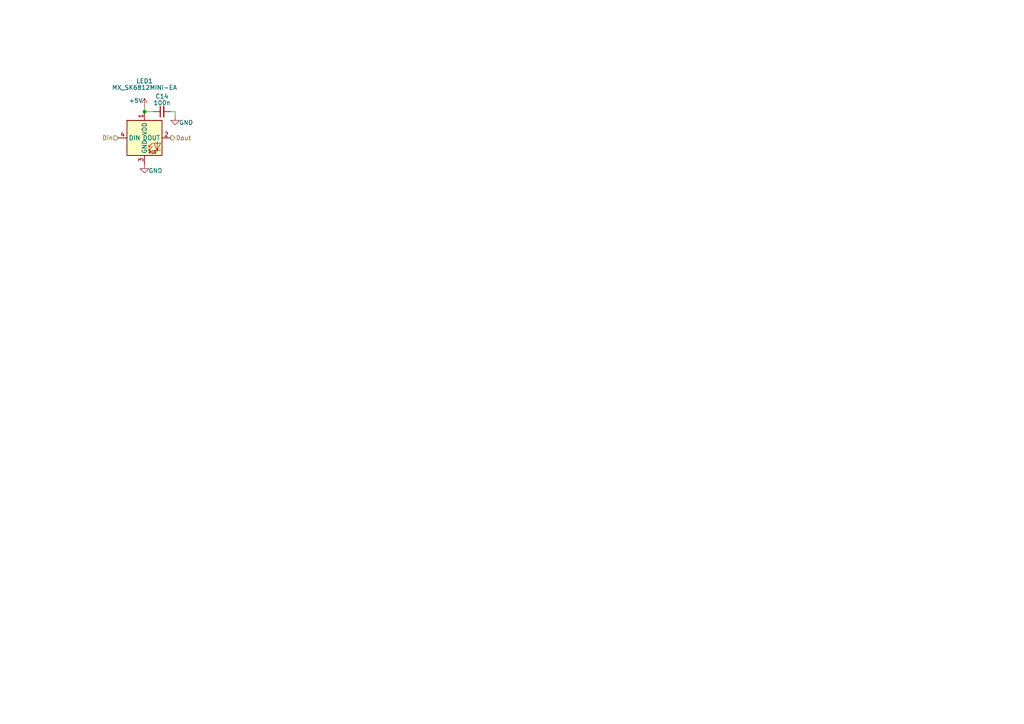
<source format=kicad_sch>
(kicad_sch (version 20230121) (generator eeschema)
  (paper "A4")
  (title_block (title "MoonBoard"))
  (lib_symbols
    (symbol "Device:C_Small" (pin_numbers hide) (pin_names (offset 0.254) hide)
      (property "Reference" "C" (at 0.254 1.778 0))
      (property "Value" "C_Small" (at 0.254 -2.032 0))
      (symbol "C_Small_0_1"
        (polyline (pts (xy -1.524 -0.508) (xy 1.524 -0.508)) (stroke (width 0.3302)))
        (polyline (pts (xy -1.524 0.508) (xy 1.524 0.508)) (stroke (width 0.3048)))
      )
      (symbol "C_Small_1_1"
        (pin passive line (at 0 2.54 270) (length 2.032) (name "~") (number "1"))
        (pin passive line (at 0 -2.54 90) (length 2.032) (name "~") (number "2"))
      )
    )
    (symbol "MoonBoard:MX_SK6812MINI-EA"
      (property "Reference" "LED31" (at 0 16.51 0))
      (property "Value" "MX_SK6812MINI-EA" (at 0 14.605 0))
      (symbol "MX_SK6812MINI-EA_0_0"
        (text "RGB" (at 2.286 -4.191 0) (effects (font (size 0.762 0.762))))
      )
      (symbol "MX_SK6812MINI-EA_0_1"
        (rectangle (start -5.08 5.08) (end 5.08 -5.08) (stroke (width 0.254)) (fill (type background)))
        (polyline (pts (xy 1.27 -3.556) (xy 1.778 -3.556)))
        (polyline (pts (xy 1.27 -2.54) (xy 1.778 -2.54)))
        (polyline (pts (xy 4.699 -3.556) (xy 2.667 -3.556)))
        (polyline (pts (xy 2.286 -2.54) (xy 1.27 -3.556) (xy 1.27 -3.048)))
        (polyline (pts (xy 2.286 -1.524) (xy 1.27 -2.54) (xy 1.27 -2.032)))
        (polyline (pts (xy 3.683 -1.016) (xy 3.683 -3.556) (xy 3.683 -4.064)))
        (polyline (pts (xy 4.699 -1.524) (xy 2.667 -1.524) (xy 3.683 -3.556) (xy 4.699 -1.524)))
      )
      (symbol "MX_SK6812MINI-EA_1_1"
        (pin power_in line (at 0 7.62 270) (length 2.54) (name "VDD") (number "1"))
        (pin output line (at 7.62 0 180) (length 2.54) (name "DOUT") (number "2"))
        (pin power_in line (at 0 -7.62 90) (length 2.54) (name "GND") (number "3"))
        (pin input line (at -7.62 0 0) (length 2.54) (name "DIN") (number "4"))
      )
    )
    (symbol "power:+5V" (power) (pin_names (offset 0))
      (property "Value" "+5V" (at 0 3.556 0))
      (symbol "+5V_0_1"
        (polyline (pts (xy -0.762 1.27) (xy 0 2.54)))
        (polyline (pts (xy 0 0) (xy 0 2.54)))
        (polyline (pts (xy 0 2.54) (xy 0.762 1.27)))
      )
      (symbol "+5V_1_1"
        (pin power_in line (at 0 0 90) (length 0) hide (name "+5V") (number "1"))
      )
    )
    (symbol "power:GND" (power) (pin_names (offset 0))
      (property "Value" "GND" (at 0 -3.81 0))
      (symbol "GND_0_1"
        (polyline (pts (xy 0 0) (xy 0 -1.27) (xy 1.27 -1.27) (xy 0 -2.54) (xy -1.27 -1.27) (xy 0 -1.27)))
      )
      (symbol "GND_1_1"
        (pin power_in line (at 0 0 270) (length 0) hide (name "GND") (number "1"))
      )
    )
  )
  (junction (at 41.91 32.385))
  (wire (pts (xy 41.91 32.385) (xy 44.45 32.385)))
  (wire (pts (xy 41.91 31.115) (xy 41.91 32.385)))
  (wire (pts (xy 50.8 32.385) (xy 49.53 32.385)))
  (wire (pts (xy 50.8 32.385) (xy 50.8 33.655)))
  (hierarchical_label "Din" (shape input) (at 34.29 40.005 180))
  (hierarchical_label "Dout" (shape output) (at 49.53 40.005 0))
  (symbol (lib_id "power:GND") (at 41.91 47.625 0) (unit 1)
    (property "Reference" "#PWR041" (effects hide))
    (property "Value" "GND" (at 45.085 49.53 0))
    (instances (project "KRYZBO HE" (path "" (reference "#PWR041") (unit 1)) (path "" (reference "#PWR0620") (unit 1)) (path "" (reference "#PWR0429") (unit 1)) (path "" (reference "#PWR0432") (unit 1)) (path "" (reference "#PWR0435") (unit 1)) (path "" (reference "#PWR0438") (unit 1)) (path "" (reference "#PWR0441") (unit 1)) (path "" (reference "#PWR0444") (unit 1)) (path "" (reference "#PWR0447") (unit 1)) (path "" (reference "#PWR0450") (unit 1)) (path "" (reference "#PWR0453") (unit 1)) (path "" (reference "#PWR0456") (unit 1)) (path "" (reference "#PWR0459") (unit 1)) (path "" (reference "#PWR0462") (unit 1)) (path "" (reference "#PWR0465") (unit 1)) (path "" (reference "#PWR0468") (unit 1)) (path "" (reference "#PWR0513") (unit 1)) (path "" (reference "#PWR0516") (unit 1)) (path "" (reference "#PWR0519") (unit 1)) (path "" (reference "#PWR0522") (unit 1)) (path "" (reference "#PWR0525") (unit 1)) (path "" (reference "#PWR0528") (unit 1)) (path "" (reference "#PWR0531") (unit 1)) (path "" (reference "#PWR0534") (unit 1)) (path "" (reference "#PWR0537") (unit 1)) (path "" (reference "#PWR0540") (unit 1)) (path "" (reference "#PWR0543") (unit 1)) (path "" (reference "#PWR0546") (unit 1)) (path "" (reference "#PWR0549") (unit 1)) (path "" (reference "#PWR0591") (unit 1)) (path "" (reference "#PWR0594") (unit 1)) (path "" (reference "#PWR0597") (unit 1)) (path "" (reference "#PWR0600") (unit 1)) (path "" (reference "#PWR0603") (unit 1)) (path "" (reference "#PWR0606") (unit 1)) (path "" (reference "#PWR0609") (unit 1)) (path "" (reference "#PWR0612") (unit 1)) (path "" (reference "#PWR0615") (unit 1)) (path "" (reference "#PWR0618") (unit 1)) (path "" (reference "#PWR0630") (unit 1)) (path "" (reference "#PWR0510") (unit 1)) (path "" (reference "#PWR0621") (unit 1)) (path "" (reference "#PWR0624") (unit 1))))
  )
  (symbol (lib_id "power:+5V") (at 41.91 31.115 0) (unit 1)
    (property "Reference" "#PWR021" (effects hide))
    (property "Value" "+5V" (at 39.37 29.21 0))
    (instances (project "KRYZBO HE" (path "" (reference "#PWR021") (unit 1)) (path "" (reference "#PWR0618") (unit 1)) (path "" (reference "#PWR0427") (unit 1)) (path "" (reference "#PWR0430") (unit 1)) (path "" (reference "#PWR0433") (unit 1)) (path "" (reference "#PWR0436") (unit 1)) (path "" (reference "#PWR0439") (unit 1)) (path "" (reference "#PWR0442") (unit 1)) (path "" (reference "#PWR0445") (unit 1)) (path "" (reference "#PWR0448") (unit 1)) (path "" (reference "#PWR0451") (unit 1)) (path "" (reference "#PWR0454") (unit 1)) (path "" (reference "#PWR0457") (unit 1)) (path "" (reference "#PWR0460") (unit 1)) (path "" (reference "#PWR0463") (unit 1)) (path "" (reference "#PWR0466") (unit 1)) (path "" (reference "#PWR0511") (unit 1)) (path "" (reference "#PWR0514") (unit 1)) (path "" (reference "#PWR0517") (unit 1)) (path "" (reference "#PWR0520") (unit 1)) (path "" (reference "#PWR0523") (unit 1)) (path "" (reference "#PWR0526") (unit 1)) (path "" (reference "#PWR0529") (unit 1)) (path "" (reference "#PWR0532") (unit 1)) (path "" (reference "#PWR0535") (unit 1)) (path "" (reference "#PWR0538") (unit 1)) (path "" (reference "#PWR0541") (unit 1)) (path "" (reference "#PWR0544") (unit 1)) (path "" (reference "#PWR0547") (unit 1)) (path "" (reference "#PWR0589") (unit 1)) (path "" (reference "#PWR0592") (unit 1)) (path "" (reference "#PWR0595") (unit 1)) (path "" (reference "#PWR0598") (unit 1)) (path "" (reference "#PWR0601") (unit 1)) (path "" (reference "#PWR0604") (unit 1)) (path "" (reference "#PWR0607") (unit 1)) (path "" (reference "#PWR0610") (unit 1)) (path "" (reference "#PWR0613") (unit 1)) (path "" (reference "#PWR0616") (unit 1)) (path "" (reference "#PWR0628") (unit 1)) (path "" (reference "#PWR0508") (unit 1)) (path "" (reference "#PWR0619") (unit 1)) (path "" (reference "#PWR0622") (unit 1))))
  )
  (symbol (lib_id "power:GND") (at 50.8 33.655 0) (unit 1)
    (property "Reference" "#PWR022" (effects hide))
    (property "Value" "GND" (at 53.975 35.56 0))
    (instances (project "KRYZBO HE" (path "" (reference "#PWR022") (unit 1)) (path "" (reference "#PWR0619") (unit 1)) (path "" (reference "#PWR0428") (unit 1)) (path "" (reference "#PWR0431") (unit 1)) (path "" (reference "#PWR0434") (unit 1)) (path "" (reference "#PWR0437") (unit 1)) (path "" (reference "#PWR0440") (unit 1)) (path "" (reference "#PWR0443") (unit 1)) (path "" (reference "#PWR0446") (unit 1)) (path "" (reference "#PWR0449") (unit 1)) (path "" (reference "#PWR0452") (unit 1)) (path "" (reference "#PWR0455") (unit 1)) (path "" (reference "#PWR0458") (unit 1)) (path "" (reference "#PWR0461") (unit 1)) (path "" (reference "#PWR0464") (unit 1)) (path "" (reference "#PWR0467") (unit 1)) (path "" (reference "#PWR0512") (unit 1)) (path "" (reference "#PWR0515") (unit 1)) (path "" (reference "#PWR0518") (unit 1)) (path "" (reference "#PWR0521") (unit 1)) (path "" (reference "#PWR0524") (unit 1)) (path "" (reference "#PWR0527") (unit 1)) (path "" (reference "#PWR0530") (unit 1)) (path "" (reference "#PWR0533") (unit 1)) (path "" (reference "#PWR0536") (unit 1)) (path "" (reference "#PWR0539") (unit 1)) (path "" (reference "#PWR0542") (unit 1)) (path "" (reference "#PWR0545") (unit 1)) (path "" (reference "#PWR0548") (unit 1)) (path "" (reference "#PWR0590") (unit 1)) (path "" (reference "#PWR0593") (unit 1)) (path "" (reference "#PWR0596") (unit 1)) (path "" (reference "#PWR0599") (unit 1)) (path "" (reference "#PWR0602") (unit 1)) (path "" (reference "#PWR0605") (unit 1)) (path "" (reference "#PWR0608") (unit 1)) (path "" (reference "#PWR0611") (unit 1)) (path "" (reference "#PWR0614") (unit 1)) (path "" (reference "#PWR0617") (unit 1)) (path "" (reference "#PWR0629") (unit 1)) (path "" (reference "#PWR0509") (unit 1)) (path "" (reference "#PWR0620") (unit 1)) (path "" (reference "#PWR0623") (unit 1))))
  )
  (symbol (lib_id "MoonBoard:MX_SK6812MINI-EA") (at 41.91 40.005 0) (unit 1)
    (property "Reference" "LED1" (at 41.91 23.495 0))
    (property "Value" "MX_SK6812MINI-EA" (at 41.91 25.4 0))
    (property "Footprint" "MoonBoard:SK 6812 MINI-EA-ROT" (effects hide))
    (instances (project "KRYZBO HE" (path "" (reference "LED1") (unit 1)) (path "" (reference "LED82") (unit 1)) (path "" (reference "LED14") (unit 1)) (path "" (reference "LED15") (unit 1)) (path "" (reference "LED16") (unit 1)) (path "" (reference "LED17") (unit 1)) (path "" (reference "LED18") (unit 1)) (path "" (reference "LED19") (unit 1)) (path "" (reference "LED20") (unit 1)) (path "" (reference "LED21") (unit 1)) (path "" (reference "LED22") (unit 1)) (path "" (reference "LED23") (unit 1)) (path "" (reference "LED24") (unit 1)) (path "" (reference "LED25") (unit 1)) (path "" (reference "LED26") (unit 1)) (path "" (reference "LED27") (unit 1)) (path "" (reference "LED42") (unit 1)) (path "" (reference "LED43") (unit 1)) (path "" (reference "LED44") (unit 1)) (path "" (reference "LED45") (unit 1)) (path "" (reference "LED46") (unit 1)) (path "" (reference "LED47") (unit 1)) (path "" (reference "LED48") (unit 1)) (path "" (reference "LED49") (unit 1)) (path "" (reference "LED50") (unit 1)) (path "" (reference "LED51") (unit 1)) (path "" (reference "LED52") (unit 1)) (path "" (reference "LED53") (unit 1)) (path "" (reference "LED54") (unit 1)) (path "" (reference "LED68") (unit 1)) (path "" (reference "LED69") (unit 1)) (path "" (reference "LED70") (unit 1)) (path "" (reference "LED71") (unit 1)) (path "" (reference "LED72") (unit 1)) (path "" (reference "LED73") (unit 1)) (path "" (reference "LED74") (unit 1)) (path "" (reference "LED75") (unit 1)) (path "" (reference "LED76") (unit 1)) (path "" (reference "LED77") (unit 1)) (path "" (reference "LED81") (unit 1)) (path "" (reference "LED41") (unit 1)) (path "" (reference "LED78") (unit 1)) (path "" (reference "LED79") (unit 1))))
  )
  (symbol (lib_id "Device:C_Small") (at 46.99 32.385 90) (unit 1)
    (property "Reference" "C14" (at 46.99 27.94 90))
    (property "Value" "100n" (at 46.99 29.845 90))
    (property "Footprint" "Capacitor_SMD:C_0402_1005Metric" (effects hide))
    (instances (project "KRYZBO HE" (path "" (reference "C14") (unit 1)) (path "" (reference "C265") (unit 1)) (path "" (reference "C198") (unit 1)) (path "" (reference "C199") (unit 1)) (path "" (reference "C200") (unit 1)) (path "" (reference "C201") (unit 1)) (path "" (reference "C202") (unit 1)) (path "" (reference "C203") (unit 1)) (path "" (reference "C204") (unit 1)) (path "" (reference "C205") (unit 1)) (path "" (reference "C206") (unit 1)) (path "" (reference "C207") (unit 1)) (path "" (reference "C208") (unit 1)) (path "" (reference "C209") (unit 1)) (path "" (reference "C210") (unit 1)) (path "" (reference "C211") (unit 1)) (path "" (reference "C226") (unit 1)) (path "" (reference "C227") (unit 1)) (path "" (reference "C228") (unit 1)) (path "" (reference "C229") (unit 1)) (path "" (reference "C230") (unit 1)) (path "" (reference "C231") (unit 1)) (path "" (reference "C232") (unit 1)) (path "" (reference "C233") (unit 1)) (path "" (reference "C234") (unit 1)) (path "" (reference "C235") (unit 1)) (path "" (reference "C236") (unit 1)) (path "" (reference "C237") (unit 1)) (path "" (reference "C238") (unit 1)) (path "" (reference "C252") (unit 1)) (path "" (reference "C253") (unit 1)) (path "" (reference "C254") (unit 1)) (path "" (reference "C255") (unit 1)) (path "" (reference "C256") (unit 1)) (path "" (reference "C257") (unit 1)) (path "" (reference "C258") (unit 1)) (path "" (reference "C259") (unit 1)) (path "" (reference "C260") (unit 1)) (path "" (reference "C261") (unit 1)) (path "" (reference "C265") (unit 1)) (path "" (reference "C225") (unit 1)) (path "" (reference "C262") (unit 1)) (path "" (reference "C263") (unit 1))))
  )
)
</source>
